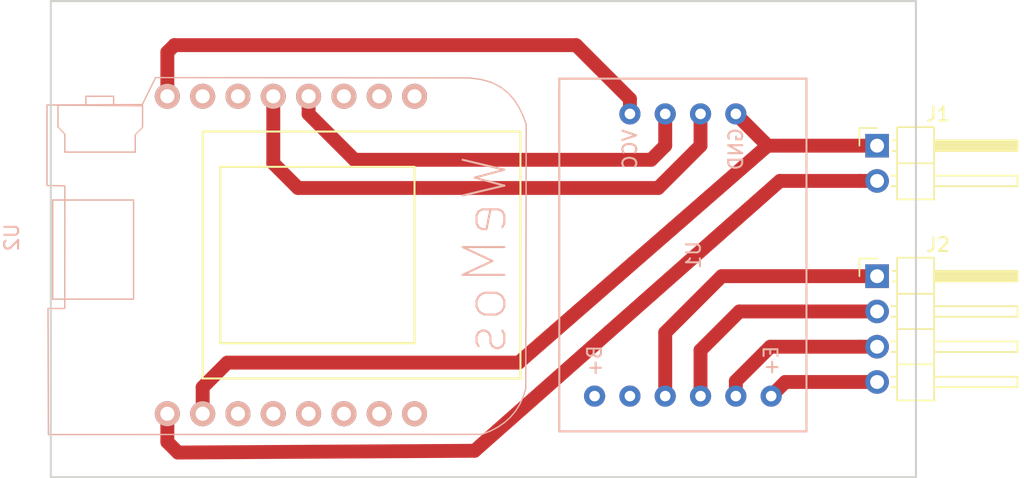
<source format=kicad_pcb>
(kicad_pcb (version 4) (host pcbnew 4.0.6)

  (general
    (links 10)
    (no_connects 0)
    (area 69.774999 72.314999 132.155001 106.755001)
    (thickness 1.6)
    (drawings 4)
    (tracks 39)
    (zones 0)
    (modules 4)
    (nets 10)
  )

  (page A4)
  (layers
    (0 F.Cu signal)
    (31 B.Cu signal)
    (32 B.Adhes user)
    (33 F.Adhes user)
    (34 B.Paste user)
    (35 F.Paste user)
    (36 B.SilkS user)
    (37 F.SilkS user)
    (38 B.Mask user)
    (39 F.Mask user)
    (40 Dwgs.User user)
    (41 Cmts.User user)
    (42 Eco1.User user)
    (43 Eco2.User user)
    (44 Edge.Cuts user)
    (45 Margin user)
    (46 B.CrtYd user)
    (47 F.CrtYd user)
    (48 B.Fab user)
    (49 F.Fab user)
  )

  (setup
    (last_trace_width 1)
    (user_trace_width 1)
    (trace_clearance 0.2)
    (zone_clearance 0.508)
    (zone_45_only no)
    (trace_min 0.2)
    (segment_width 0.2)
    (edge_width 0.15)
    (via_size 0.6)
    (via_drill 0.4)
    (via_min_size 0.4)
    (via_min_drill 0.3)
    (uvia_size 0.3)
    (uvia_drill 0.1)
    (uvias_allowed no)
    (uvia_min_size 0.2)
    (uvia_min_drill 0.1)
    (pcb_text_width 0.3)
    (pcb_text_size 1.5 1.5)
    (mod_edge_width 0.15)
    (mod_text_size 1 1)
    (mod_text_width 0.15)
    (pad_size 1.524 1.524)
    (pad_drill 0.762)
    (pad_to_mask_clearance 0.2)
    (aux_axis_origin 0 0)
    (visible_elements FFFFFF7F)
    (pcbplotparams
      (layerselection 0x01000_00000000)
      (usegerberextensions false)
      (excludeedgelayer true)
      (linewidth 0.100000)
      (plotframeref false)
      (viasonmask false)
      (mode 1)
      (useauxorigin false)
      (hpglpennumber 1)
      (hpglpenspeed 20)
      (hpglpendiameter 15)
      (hpglpenoverlay 2)
      (psnegative false)
      (psa4output false)
      (plotreference true)
      (plotvalue true)
      (plotinvisibletext false)
      (padsonsilk false)
      (subtractmaskfromsilk false)
      (outputformat 1)
      (mirror false)
      (drillshape 0)
      (scaleselection 1)
      (outputdirectory gbr/))
  )

  (net 0 "")
  (net 1 GND)
  (net 2 +5V)
  (net 3 "Net-(J2-Pad1)")
  (net 4 "Net-(J2-Pad2)")
  (net 5 "Net-(J2-Pad3)")
  (net 6 "Net-(J2-Pad4)")
  (net 7 /data)
  (net 8 /sck)
  (net 9 +3V3)

  (net_class Default "This is the default net class."
    (clearance 0.2)
    (trace_width 0.25)
    (via_dia 0.6)
    (via_drill 0.4)
    (uvia_dia 0.3)
    (uvia_drill 0.1)
    (add_net +3V3)
    (add_net +5V)
    (add_net /data)
    (add_net /sck)
    (add_net GND)
    (add_net "Net-(J2-Pad1)")
    (add_net "Net-(J2-Pad2)")
    (add_net "Net-(J2-Pad3)")
    (add_net "Net-(J2-Pad4)")
  )

  (module "wemos d1:D1_mini_board" (layer B.Cu) (tedit 5766F65E) (tstamp 59B0099A)
    (at 85.852 90.678 90)
    (path /59B000FE)
    (fp_text reference U2 (at 1.27 -18.81 90) (layer B.SilkS)
      (effects (font (size 1 1) (thickness 0.15)) (justify mirror))
    )
    (fp_text value WeMos_mini (at 1.27 19.05 90) (layer B.Fab)
      (effects (font (size 1 1) (thickness 0.15)) (justify mirror))
    )
    (fp_text user WeMos (at 0 15.24 90) (layer B.SilkS)
      (effects (font (size 3 3) (thickness 0.15)) (justify mirror))
    )
    (fp_line (start -6.35 -3.81) (end -6.35 10.16) (layer F.SilkS) (width 0.15))
    (fp_line (start -6.35 10.16) (end 6.35 10.16) (layer F.SilkS) (width 0.15))
    (fp_line (start 6.35 10.16) (end 6.35 -3.81) (layer F.SilkS) (width 0.15))
    (fp_line (start 6.35 -3.81) (end -6.35 -3.81) (layer F.SilkS) (width 0.15))
    (fp_line (start -8.89 -5.08) (end 8.89 -5.08) (layer F.SilkS) (width 0.15))
    (fp_line (start 8.89 -5.08) (end 8.89 17.78) (layer F.SilkS) (width 0.15))
    (fp_line (start 8.89 17.78) (end -8.89 17.78) (layer F.SilkS) (width 0.15))
    (fp_line (start -8.89 17.78) (end -8.89 -5.08) (layer F.SilkS) (width 0.15))
    (fp_line (start 10.817472 -16.277228) (end 5.00618 -16.277228) (layer B.SilkS) (width 0.1))
    (fp_line (start 5.00618 -16.277228) (end 4.979849 -14.993795) (layer B.SilkS) (width 0.1))
    (fp_line (start 4.979849 -14.993795) (end -3.851373 -15.000483) (layer B.SilkS) (width 0.1))
    (fp_line (start -3.851373 -15.000483) (end -3.849397 -16.202736) (layer B.SilkS) (width 0.1))
    (fp_line (start -3.849397 -16.202736) (end -12.930193 -16.176658) (layer B.SilkS) (width 0.1))
    (fp_line (start -12.930193 -16.176658) (end -12.916195 14.993493) (layer B.SilkS) (width 0.1))
    (fp_line (start -12.916195 14.993493) (end -12.683384 15.596286) (layer B.SilkS) (width 0.1))
    (fp_line (start -12.683384 15.596286) (end -12.399901 16.141167) (layer B.SilkS) (width 0.1))
    (fp_line (start -12.399901 16.141167) (end -12.065253 16.627577) (layer B.SilkS) (width 0.1))
    (fp_line (start -12.065253 16.627577) (end -11.678953 17.054952) (layer B.SilkS) (width 0.1))
    (fp_line (start -11.678953 17.054952) (end -11.240512 17.422741) (layer B.SilkS) (width 0.1))
    (fp_line (start -11.240512 17.422741) (end -10.74944 17.730377) (layer B.SilkS) (width 0.1))
    (fp_line (start -10.74944 17.730377) (end -10.20525 17.97731) (layer B.SilkS) (width 0.1))
    (fp_line (start -10.20525 17.97731) (end -9.607453 18.162976) (layer B.SilkS) (width 0.1))
    (fp_line (start -9.607453 18.162976) (end 9.43046 18.191734) (layer B.SilkS) (width 0.1))
    (fp_line (start 9.43046 18.191734) (end 10.049824 17.957741) (layer B.SilkS) (width 0.1))
    (fp_line (start 10.049824 17.957741) (end 10.638018 17.673258) (layer B.SilkS) (width 0.1))
    (fp_line (start 10.638018 17.673258) (end 11.181445 17.323743) (layer B.SilkS) (width 0.1))
    (fp_line (start 11.181445 17.323743) (end 11.666503 16.894658) (layer B.SilkS) (width 0.1))
    (fp_line (start 11.666503 16.894658) (end 12.079595 16.37146) (layer B.SilkS) (width 0.1))
    (fp_line (start 12.079595 16.37146) (end 12.407122 15.739613) (layer B.SilkS) (width 0.1))
    (fp_line (start 12.407122 15.739613) (end 12.635482 14.984575) (layer B.SilkS) (width 0.1))
    (fp_line (start 12.635482 14.984575) (end 12.751078 14.091807) (layer B.SilkS) (width 0.1))
    (fp_line (start 12.751078 14.091807) (end 12.776026 -8.463285) (layer B.SilkS) (width 0.1))
    (fp_line (start 12.776026 -8.463285) (end 10.83248 -9.424181) (layer B.SilkS) (width 0.1))
    (fp_line (start 10.83248 -9.424181) (end 10.802686 -16.232524) (layer B.SilkS) (width 0.1))
    (fp_line (start -3.17965 -10.051451) (end 3.959931 -10.051451) (layer B.SilkS) (width 0.1))
    (fp_line (start 3.959931 -10.051451) (end 3.959931 -15.865188) (layer B.SilkS) (width 0.1))
    (fp_line (start 3.959931 -15.865188) (end -3.17965 -15.865188) (layer B.SilkS) (width 0.1))
    (fp_line (start -3.17965 -15.865188) (end -3.17965 -10.051451) (layer B.SilkS) (width 0.1))
    (fp_line (start 10.7436 -9.402349) (end 9.191378 -9.402349) (layer B.SilkS) (width 0.1))
    (fp_line (start 9.191378 -9.402349) (end 8.662211 -9.931515) (layer B.SilkS) (width 0.1))
    (fp_line (start 8.662211 -9.931515) (end 7.40985 -9.931515) (layer B.SilkS) (width 0.1))
    (fp_line (start 7.40985 -9.931515) (end 7.40985 -14.993876) (layer B.SilkS) (width 0.1))
    (fp_line (start 7.40985 -14.993876) (end 8.697489 -14.993876) (layer B.SilkS) (width 0.1))
    (fp_line (start 8.697489 -14.993876) (end 9.226656 -15.487765) (layer B.SilkS) (width 0.1))
    (fp_line (start 9.226656 -15.487765) (end 10.796517 -15.487765) (layer B.SilkS) (width 0.1))
    (fp_line (start 10.796517 -15.487765) (end 10.7436 -9.402349) (layer B.SilkS) (width 0.1))
    (fp_line (start 10.778878 -11.483738) (end 11.431517 -11.483738) (layer B.SilkS) (width 0.1))
    (fp_line (start 11.431517 -11.483738) (end 11.431517 -13.476932) (layer B.SilkS) (width 0.1))
    (fp_line (start 11.431517 -13.476932) (end 10.814156 -13.476932) (layer B.SilkS) (width 0.1))
    (pad 8 thru_hole circle (at -11.43 10.16 90) (size 1.8 1.8) (drill 1.016) (layers *.Cu *.Mask B.SilkS))
    (pad 7 thru_hole circle (at -11.43 7.62 90) (size 1.8 1.8) (drill 1.016) (layers *.Cu *.Mask B.SilkS))
    (pad 6 thru_hole circle (at -11.43 5.08 90) (size 1.8 1.8) (drill 1.016) (layers *.Cu *.Mask B.SilkS))
    (pad 5 thru_hole circle (at -11.43 2.54 90) (size 1.8 1.8) (drill 1.016) (layers *.Cu *.Mask B.SilkS))
    (pad 4 thru_hole circle (at -11.43 0 90) (size 1.8 1.8) (drill 1.016) (layers *.Cu *.Mask B.SilkS))
    (pad 3 thru_hole circle (at -11.43 -2.54 90) (size 1.8 1.8) (drill 1.016) (layers *.Cu *.Mask B.SilkS))
    (pad 2 thru_hole circle (at -11.43 -5.08 90) (size 1.8 1.8) (drill 1.016) (layers *.Cu *.Mask B.SilkS)
      (net 1 GND))
    (pad 1 thru_hole circle (at -11.43 -7.62 90) (size 1.8 1.8) (drill 1.016) (layers *.Cu *.Mask B.SilkS)
      (net 2 +5V))
    (pad 16 thru_hole circle (at 11.43 -7.62 90) (size 1.8 1.8) (drill 1.016) (layers *.Cu *.Mask B.SilkS)
      (net 9 +3V3))
    (pad 15 thru_hole circle (at 11.43 -5.08 90) (size 1.8 1.8) (drill 1.016) (layers *.Cu *.Mask B.SilkS))
    (pad 14 thru_hole circle (at 11.43 -2.54 90) (size 1.8 1.8) (drill 1.016) (layers *.Cu *.Mask B.SilkS))
    (pad 13 thru_hole circle (at 11.43 0 90) (size 1.8 1.8) (drill 1.016) (layers *.Cu *.Mask B.SilkS)
      (net 7 /data))
    (pad 12 thru_hole circle (at 11.43 2.54 90) (size 1.8 1.8) (drill 1.016) (layers *.Cu *.Mask B.SilkS)
      (net 8 /sck))
    (pad 11 thru_hole circle (at 11.43 5.08 90) (size 1.8 1.8) (drill 1.016) (layers *.Cu *.Mask B.SilkS))
    (pad 10 thru_hole circle (at 11.43 7.62 90) (size 1.8 1.8) (drill 1.016) (layers *.Cu *.Mask B.SilkS))
    (pad 9 thru_hole circle (at 11.43 10.16 90) (size 1.8 1.8) (drill 1.016) (layers *.Cu *.Mask B.SilkS))
  )

  (module Pin_Headers:Pin_Header_Angled_1x02_Pitch2.54mm (layer F.Cu) (tedit 59650532) (tstamp 59B00B62)
    (at 129.286 82.804)
    (descr "Through hole angled pin header, 1x02, 2.54mm pitch, 6mm pin length, single row")
    (tags "Through hole angled pin header THT 1x02 2.54mm single row")
    (path /59B0088E)
    (fp_text reference J1 (at 4.385 -2.27) (layer F.SilkS)
      (effects (font (size 1 1) (thickness 0.15)))
    )
    (fp_text value CONN_01X02 (at 4.385 4.81) (layer F.Fab)
      (effects (font (size 1 1) (thickness 0.15)))
    )
    (fp_line (start 2.135 -1.27) (end 4.04 -1.27) (layer F.Fab) (width 0.1))
    (fp_line (start 4.04 -1.27) (end 4.04 3.81) (layer F.Fab) (width 0.1))
    (fp_line (start 4.04 3.81) (end 1.5 3.81) (layer F.Fab) (width 0.1))
    (fp_line (start 1.5 3.81) (end 1.5 -0.635) (layer F.Fab) (width 0.1))
    (fp_line (start 1.5 -0.635) (end 2.135 -1.27) (layer F.Fab) (width 0.1))
    (fp_line (start -0.32 -0.32) (end 1.5 -0.32) (layer F.Fab) (width 0.1))
    (fp_line (start -0.32 -0.32) (end -0.32 0.32) (layer F.Fab) (width 0.1))
    (fp_line (start -0.32 0.32) (end 1.5 0.32) (layer F.Fab) (width 0.1))
    (fp_line (start 4.04 -0.32) (end 10.04 -0.32) (layer F.Fab) (width 0.1))
    (fp_line (start 10.04 -0.32) (end 10.04 0.32) (layer F.Fab) (width 0.1))
    (fp_line (start 4.04 0.32) (end 10.04 0.32) (layer F.Fab) (width 0.1))
    (fp_line (start -0.32 2.22) (end 1.5 2.22) (layer F.Fab) (width 0.1))
    (fp_line (start -0.32 2.22) (end -0.32 2.86) (layer F.Fab) (width 0.1))
    (fp_line (start -0.32 2.86) (end 1.5 2.86) (layer F.Fab) (width 0.1))
    (fp_line (start 4.04 2.22) (end 10.04 2.22) (layer F.Fab) (width 0.1))
    (fp_line (start 10.04 2.22) (end 10.04 2.86) (layer F.Fab) (width 0.1))
    (fp_line (start 4.04 2.86) (end 10.04 2.86) (layer F.Fab) (width 0.1))
    (fp_line (start 1.44 -1.33) (end 1.44 3.87) (layer F.SilkS) (width 0.12))
    (fp_line (start 1.44 3.87) (end 4.1 3.87) (layer F.SilkS) (width 0.12))
    (fp_line (start 4.1 3.87) (end 4.1 -1.33) (layer F.SilkS) (width 0.12))
    (fp_line (start 4.1 -1.33) (end 1.44 -1.33) (layer F.SilkS) (width 0.12))
    (fp_line (start 4.1 -0.38) (end 10.1 -0.38) (layer F.SilkS) (width 0.12))
    (fp_line (start 10.1 -0.38) (end 10.1 0.38) (layer F.SilkS) (width 0.12))
    (fp_line (start 10.1 0.38) (end 4.1 0.38) (layer F.SilkS) (width 0.12))
    (fp_line (start 4.1 -0.32) (end 10.1 -0.32) (layer F.SilkS) (width 0.12))
    (fp_line (start 4.1 -0.2) (end 10.1 -0.2) (layer F.SilkS) (width 0.12))
    (fp_line (start 4.1 -0.08) (end 10.1 -0.08) (layer F.SilkS) (width 0.12))
    (fp_line (start 4.1 0.04) (end 10.1 0.04) (layer F.SilkS) (width 0.12))
    (fp_line (start 4.1 0.16) (end 10.1 0.16) (layer F.SilkS) (width 0.12))
    (fp_line (start 4.1 0.28) (end 10.1 0.28) (layer F.SilkS) (width 0.12))
    (fp_line (start 1.11 -0.38) (end 1.44 -0.38) (layer F.SilkS) (width 0.12))
    (fp_line (start 1.11 0.38) (end 1.44 0.38) (layer F.SilkS) (width 0.12))
    (fp_line (start 1.44 1.27) (end 4.1 1.27) (layer F.SilkS) (width 0.12))
    (fp_line (start 4.1 2.16) (end 10.1 2.16) (layer F.SilkS) (width 0.12))
    (fp_line (start 10.1 2.16) (end 10.1 2.92) (layer F.SilkS) (width 0.12))
    (fp_line (start 10.1 2.92) (end 4.1 2.92) (layer F.SilkS) (width 0.12))
    (fp_line (start 1.042929 2.16) (end 1.44 2.16) (layer F.SilkS) (width 0.12))
    (fp_line (start 1.042929 2.92) (end 1.44 2.92) (layer F.SilkS) (width 0.12))
    (fp_line (start -1.27 0) (end -1.27 -1.27) (layer F.SilkS) (width 0.12))
    (fp_line (start -1.27 -1.27) (end 0 -1.27) (layer F.SilkS) (width 0.12))
    (fp_line (start -1.8 -1.8) (end -1.8 4.35) (layer F.CrtYd) (width 0.05))
    (fp_line (start -1.8 4.35) (end 10.55 4.35) (layer F.CrtYd) (width 0.05))
    (fp_line (start 10.55 4.35) (end 10.55 -1.8) (layer F.CrtYd) (width 0.05))
    (fp_line (start 10.55 -1.8) (end -1.8 -1.8) (layer F.CrtYd) (width 0.05))
    (fp_text user %R (at 2.77 1.27 90) (layer F.Fab)
      (effects (font (size 1 1) (thickness 0.15)))
    )
    (pad 1 thru_hole rect (at 0 0) (size 1.7 1.7) (drill 1) (layers *.Cu *.Mask)
      (net 1 GND))
    (pad 2 thru_hole oval (at 0 2.54) (size 1.7 1.7) (drill 1) (layers *.Cu *.Mask)
      (net 2 +5V))
    (model ${KISYS3DMOD}/Pin_Headers.3dshapes/Pin_Header_Angled_1x02_Pitch2.54mm.wrl
      (at (xyz 0 0 0))
      (scale (xyz 1 1 1))
      (rotate (xyz 0 0 0))
    )
  )

  (module Pin_Headers:Pin_Header_Angled_1x04_Pitch2.54mm (layer F.Cu) (tedit 59650532) (tstamp 59B00B94)
    (at 129.286 92.202)
    (descr "Through hole angled pin header, 1x04, 2.54mm pitch, 6mm pin length, single row")
    (tags "Through hole angled pin header THT 1x04 2.54mm single row")
    (path /59B006AE)
    (fp_text reference J2 (at 4.385 -2.27) (layer F.SilkS)
      (effects (font (size 1 1) (thickness 0.15)))
    )
    (fp_text value CONN_01X04 (at 4.385 9.89) (layer F.Fab)
      (effects (font (size 1 1) (thickness 0.15)))
    )
    (fp_line (start 2.135 -1.27) (end 4.04 -1.27) (layer F.Fab) (width 0.1))
    (fp_line (start 4.04 -1.27) (end 4.04 8.89) (layer F.Fab) (width 0.1))
    (fp_line (start 4.04 8.89) (end 1.5 8.89) (layer F.Fab) (width 0.1))
    (fp_line (start 1.5 8.89) (end 1.5 -0.635) (layer F.Fab) (width 0.1))
    (fp_line (start 1.5 -0.635) (end 2.135 -1.27) (layer F.Fab) (width 0.1))
    (fp_line (start -0.32 -0.32) (end 1.5 -0.32) (layer F.Fab) (width 0.1))
    (fp_line (start -0.32 -0.32) (end -0.32 0.32) (layer F.Fab) (width 0.1))
    (fp_line (start -0.32 0.32) (end 1.5 0.32) (layer F.Fab) (width 0.1))
    (fp_line (start 4.04 -0.32) (end 10.04 -0.32) (layer F.Fab) (width 0.1))
    (fp_line (start 10.04 -0.32) (end 10.04 0.32) (layer F.Fab) (width 0.1))
    (fp_line (start 4.04 0.32) (end 10.04 0.32) (layer F.Fab) (width 0.1))
    (fp_line (start -0.32 2.22) (end 1.5 2.22) (layer F.Fab) (width 0.1))
    (fp_line (start -0.32 2.22) (end -0.32 2.86) (layer F.Fab) (width 0.1))
    (fp_line (start -0.32 2.86) (end 1.5 2.86) (layer F.Fab) (width 0.1))
    (fp_line (start 4.04 2.22) (end 10.04 2.22) (layer F.Fab) (width 0.1))
    (fp_line (start 10.04 2.22) (end 10.04 2.86) (layer F.Fab) (width 0.1))
    (fp_line (start 4.04 2.86) (end 10.04 2.86) (layer F.Fab) (width 0.1))
    (fp_line (start -0.32 4.76) (end 1.5 4.76) (layer F.Fab) (width 0.1))
    (fp_line (start -0.32 4.76) (end -0.32 5.4) (layer F.Fab) (width 0.1))
    (fp_line (start -0.32 5.4) (end 1.5 5.4) (layer F.Fab) (width 0.1))
    (fp_line (start 4.04 4.76) (end 10.04 4.76) (layer F.Fab) (width 0.1))
    (fp_line (start 10.04 4.76) (end 10.04 5.4) (layer F.Fab) (width 0.1))
    (fp_line (start 4.04 5.4) (end 10.04 5.4) (layer F.Fab) (width 0.1))
    (fp_line (start -0.32 7.3) (end 1.5 7.3) (layer F.Fab) (width 0.1))
    (fp_line (start -0.32 7.3) (end -0.32 7.94) (layer F.Fab) (width 0.1))
    (fp_line (start -0.32 7.94) (end 1.5 7.94) (layer F.Fab) (width 0.1))
    (fp_line (start 4.04 7.3) (end 10.04 7.3) (layer F.Fab) (width 0.1))
    (fp_line (start 10.04 7.3) (end 10.04 7.94) (layer F.Fab) (width 0.1))
    (fp_line (start 4.04 7.94) (end 10.04 7.94) (layer F.Fab) (width 0.1))
    (fp_line (start 1.44 -1.33) (end 1.44 8.95) (layer F.SilkS) (width 0.12))
    (fp_line (start 1.44 8.95) (end 4.1 8.95) (layer F.SilkS) (width 0.12))
    (fp_line (start 4.1 8.95) (end 4.1 -1.33) (layer F.SilkS) (width 0.12))
    (fp_line (start 4.1 -1.33) (end 1.44 -1.33) (layer F.SilkS) (width 0.12))
    (fp_line (start 4.1 -0.38) (end 10.1 -0.38) (layer F.SilkS) (width 0.12))
    (fp_line (start 10.1 -0.38) (end 10.1 0.38) (layer F.SilkS) (width 0.12))
    (fp_line (start 10.1 0.38) (end 4.1 0.38) (layer F.SilkS) (width 0.12))
    (fp_line (start 4.1 -0.32) (end 10.1 -0.32) (layer F.SilkS) (width 0.12))
    (fp_line (start 4.1 -0.2) (end 10.1 -0.2) (layer F.SilkS) (width 0.12))
    (fp_line (start 4.1 -0.08) (end 10.1 -0.08) (layer F.SilkS) (width 0.12))
    (fp_line (start 4.1 0.04) (end 10.1 0.04) (layer F.SilkS) (width 0.12))
    (fp_line (start 4.1 0.16) (end 10.1 0.16) (layer F.SilkS) (width 0.12))
    (fp_line (start 4.1 0.28) (end 10.1 0.28) (layer F.SilkS) (width 0.12))
    (fp_line (start 1.11 -0.38) (end 1.44 -0.38) (layer F.SilkS) (width 0.12))
    (fp_line (start 1.11 0.38) (end 1.44 0.38) (layer F.SilkS) (width 0.12))
    (fp_line (start 1.44 1.27) (end 4.1 1.27) (layer F.SilkS) (width 0.12))
    (fp_line (start 4.1 2.16) (end 10.1 2.16) (layer F.SilkS) (width 0.12))
    (fp_line (start 10.1 2.16) (end 10.1 2.92) (layer F.SilkS) (width 0.12))
    (fp_line (start 10.1 2.92) (end 4.1 2.92) (layer F.SilkS) (width 0.12))
    (fp_line (start 1.042929 2.16) (end 1.44 2.16) (layer F.SilkS) (width 0.12))
    (fp_line (start 1.042929 2.92) (end 1.44 2.92) (layer F.SilkS) (width 0.12))
    (fp_line (start 1.44 3.81) (end 4.1 3.81) (layer F.SilkS) (width 0.12))
    (fp_line (start 4.1 4.7) (end 10.1 4.7) (layer F.SilkS) (width 0.12))
    (fp_line (start 10.1 4.7) (end 10.1 5.46) (layer F.SilkS) (width 0.12))
    (fp_line (start 10.1 5.46) (end 4.1 5.46) (layer F.SilkS) (width 0.12))
    (fp_line (start 1.042929 4.7) (end 1.44 4.7) (layer F.SilkS) (width 0.12))
    (fp_line (start 1.042929 5.46) (end 1.44 5.46) (layer F.SilkS) (width 0.12))
    (fp_line (start 1.44 6.35) (end 4.1 6.35) (layer F.SilkS) (width 0.12))
    (fp_line (start 4.1 7.24) (end 10.1 7.24) (layer F.SilkS) (width 0.12))
    (fp_line (start 10.1 7.24) (end 10.1 8) (layer F.SilkS) (width 0.12))
    (fp_line (start 10.1 8) (end 4.1 8) (layer F.SilkS) (width 0.12))
    (fp_line (start 1.042929 7.24) (end 1.44 7.24) (layer F.SilkS) (width 0.12))
    (fp_line (start 1.042929 8) (end 1.44 8) (layer F.SilkS) (width 0.12))
    (fp_line (start -1.27 0) (end -1.27 -1.27) (layer F.SilkS) (width 0.12))
    (fp_line (start -1.27 -1.27) (end 0 -1.27) (layer F.SilkS) (width 0.12))
    (fp_line (start -1.8 -1.8) (end -1.8 9.4) (layer F.CrtYd) (width 0.05))
    (fp_line (start -1.8 9.4) (end 10.55 9.4) (layer F.CrtYd) (width 0.05))
    (fp_line (start 10.55 9.4) (end 10.55 -1.8) (layer F.CrtYd) (width 0.05))
    (fp_line (start 10.55 -1.8) (end -1.8 -1.8) (layer F.CrtYd) (width 0.05))
    (fp_text user %R (at 2.77 3.81 90) (layer F.Fab)
      (effects (font (size 1 1) (thickness 0.15)))
    )
    (pad 1 thru_hole rect (at 0 0) (size 1.7 1.7) (drill 1) (layers *.Cu *.Mask)
      (net 3 "Net-(J2-Pad1)"))
    (pad 2 thru_hole oval (at 0 2.54) (size 1.7 1.7) (drill 1) (layers *.Cu *.Mask)
      (net 4 "Net-(J2-Pad2)"))
    (pad 3 thru_hole oval (at 0 5.08) (size 1.7 1.7) (drill 1) (layers *.Cu *.Mask)
      (net 5 "Net-(J2-Pad3)"))
    (pad 4 thru_hole oval (at 0 7.62) (size 1.7 1.7) (drill 1) (layers *.Cu *.Mask)
      (net 6 "Net-(J2-Pad4)"))
    (model ${KISYS3DMOD}/Pin_Headers.3dshapes/Pin_Header_Angled_1x04_Pitch2.54mm.wrl
      (at (xyz 0 0 0))
      (scale (xyz 1 1 1))
      (rotate (xyz 0 0 90))
    )
  )

  (module hx71:hx711 (layer B.Cu) (tedit 59C0320D) (tstamp 59B00954)
    (at 116.586 90.678 90)
    (path /59B004C9)
    (fp_text reference U1 (at 0 -0.5 90) (layer B.SilkS)
      (effects (font (size 1 1) (thickness 0.15)) (justify mirror))
    )
    (fp_text value hx711 (at 0 2.54 90) (layer B.Fab)
      (effects (font (size 1 1) (thickness 0.15)) (justify mirror))
    )
    (fp_text user GND (at 7.62 2.54 90) (layer B.SilkS)
      (effects (font (size 1 1) (thickness 0.15)) (justify mirror))
    )
    (fp_text user VCC (at 7.62 -5.08 90) (layer B.SilkS)
      (effects (font (size 1 1) (thickness 0.15)) (justify mirror))
    )
    (fp_text user B+ (at -7.62 -7.62 90) (layer B.SilkS)
      (effects (font (size 1 1) (thickness 0.15)) (justify mirror))
    )
    (fp_text user E+ (at -7.62 5.08 90) (layer B.SilkS)
      (effects (font (size 1 1) (thickness 0.15)) (justify mirror))
    )
    (fp_line (start 12.7 7.62) (end -12.7 7.62) (layer B.SilkS) (width 0.15))
    (fp_line (start 12.7 -10.16) (end 12.7 7.62) (layer B.SilkS) (width 0.15))
    (fp_line (start -12.7 -10.16) (end 12.7 -10.16) (layer B.SilkS) (width 0.15))
    (fp_line (start -12.7 7.62) (end -12.7 -10.16) (layer B.SilkS) (width 0.15))
    (pad 1 thru_hole circle (at -10.16 5.08 90) (size 1.524 1.524) (drill 0.762) (layers *.Cu *.Mask)
      (net 6 "Net-(J2-Pad4)"))
    (pad 2 thru_hole circle (at -10.16 2.54 90) (size 1.524 1.524) (drill 0.762) (layers *.Cu *.Mask)
      (net 5 "Net-(J2-Pad3)"))
    (pad 3 thru_hole circle (at -10.16 0 90) (size 1.524 1.524) (drill 0.762) (layers *.Cu *.Mask)
      (net 4 "Net-(J2-Pad2)"))
    (pad 4 thru_hole circle (at -10.16 -2.54 90) (size 1.524 1.524) (drill 0.762) (layers *.Cu *.Mask)
      (net 3 "Net-(J2-Pad1)"))
    (pad 5 thru_hole circle (at -10.16 -5.08 90) (size 1.524 1.524) (drill 0.762) (layers *.Cu *.Mask))
    (pad 6 thru_hole circle (at -10.16 -7.62 90) (size 1.524 1.524) (drill 0.762) (layers *.Cu *.Mask))
    (pad 10 thru_hole circle (at 10.16 -5.08 90) (size 1.524 1.524) (drill 0.762) (layers *.Cu *.Mask)
      (net 9 +3V3))
    (pad 9 thru_hole circle (at 10.16 -2.54 90) (size 1.524 1.524) (drill 0.762) (layers *.Cu *.Mask)
      (net 8 /sck))
    (pad 8 thru_hole circle (at 10.16 0 90) (size 1.524 1.524) (drill 0.762) (layers *.Cu *.Mask)
      (net 7 /data))
    (pad 7 thru_hole circle (at 10.16 2.54 90) (size 1.524 1.524) (drill 0.762) (layers *.Cu *.Mask)
      (net 1 GND))
  )

  (gr_line (start 69.85 106.68) (end 69.85 72.39) (angle 90) (layer Edge.Cuts) (width 0.15))
  (gr_line (start 132.08 106.68) (end 69.85 106.68) (angle 90) (layer Edge.Cuts) (width 0.15))
  (gr_line (start 132.08 72.39) (end 132.08 106.68) (angle 90) (layer Edge.Cuts) (width 0.15))
  (gr_line (start 69.85 72.39) (end 132.08 72.39) (angle 90) (layer Edge.Cuts) (width 0.15))

  (segment (start 121.412 82.804) (end 103.505 98.425) (width 1) (layer F.Cu) (net 1))
  (segment (start 103.505 98.425) (end 82.55 98.425) (width 1) (layer F.Cu) (net 1))
  (segment (start 82.55 98.425) (end 80.772 100.203) (width 1) (layer F.Cu) (net 1))
  (segment (start 80.772 100.203) (end 80.772 102.108) (width 1) (layer F.Cu) (net 1))
  (segment (start 119.126 80.518) (end 121.412 82.804) (width 1) (layer F.Cu) (net 1))
  (segment (start 121.412 82.804) (end 129.286 82.804) (width 1) (layer F.Cu) (net 1))
  (segment (start 128.083919 85.344) (end 129.286 85.344) (width 1) (layer F.Cu) (net 2))
  (segment (start 78.232 102.108) (end 78.232 104.14) (width 1) (layer F.Cu) (net 2))
  (segment (start 78.232 104.14) (end 78.994 104.902) (width 1) (layer F.Cu) (net 2))
  (segment (start 78.994 104.902) (end 100.33 104.775) (width 1) (layer F.Cu) (net 2))
  (segment (start 100.33 104.775) (end 122.296238 85.344) (width 1) (layer F.Cu) (net 2))
  (segment (start 122.296238 85.344) (end 128.083919 85.344) (width 1) (layer F.Cu) (net 2))
  (segment (start 129.286 92.202) (end 118.11 92.202) (width 1) (layer F.Cu) (net 3))
  (segment (start 118.11 92.202) (end 114.046 96.266) (width 1) (layer F.Cu) (net 3))
  (segment (start 114.046 96.266) (end 114.046 100.838) (width 1) (layer F.Cu) (net 3))
  (segment (start 116.586 97.536) (end 119.38 94.742) (width 1) (layer F.Cu) (net 4))
  (segment (start 119.38 94.742) (end 129.286 94.742) (width 1) (layer F.Cu) (net 4))
  (segment (start 116.586 100.838) (end 116.586 97.536) (width 1) (layer F.Cu) (net 4))
  (segment (start 119.126 100.838) (end 119.126 99.76037) (width 1) (layer F.Cu) (net 5))
  (segment (start 119.126 99.76037) (end 121.60437 97.282) (width 1) (layer F.Cu) (net 5))
  (segment (start 121.60437 97.282) (end 128.083919 97.282) (width 1) (layer F.Cu) (net 5))
  (segment (start 128.083919 97.282) (end 129.286 97.282) (width 1) (layer F.Cu) (net 5))
  (segment (start 122.682 99.822) (end 129.286 99.822) (width 1) (layer F.Cu) (net 6))
  (segment (start 121.666 100.838) (end 122.682 99.822) (width 1) (layer F.Cu) (net 6))
  (segment (start 85.852 79.248) (end 85.852 84.074) (width 1) (layer F.Cu) (net 7))
  (segment (start 85.852 84.074) (end 87.63 85.852) (width 1) (layer F.Cu) (net 7))
  (segment (start 87.63 85.852) (end 113.538 85.852) (width 1) (layer F.Cu) (net 7))
  (segment (start 113.538 85.852) (end 116.586 82.804) (width 1) (layer F.Cu) (net 7))
  (segment (start 116.586 82.804) (end 116.586 80.518) (width 1) (layer F.Cu) (net 7))
  (segment (start 113.03 83.82) (end 114.046 82.804) (width 1) (layer F.Cu) (net 8))
  (segment (start 114.046 82.804) (end 114.046 80.518) (width 1) (layer F.Cu) (net 8))
  (segment (start 91.691208 83.82) (end 113.03 83.82) (width 1) (layer F.Cu) (net 8))
  (segment (start 88.392 79.248) (end 88.392 80.520792) (width 1) (layer F.Cu) (net 8))
  (segment (start 88.392 80.520792) (end 91.691208 83.82) (width 1) (layer F.Cu) (net 8))
  (segment (start 78.232 76.073) (end 78.232 79.248) (width 1) (layer F.Cu) (net 9))
  (segment (start 111.506 80.518) (end 111.506 79.44037) (width 1) (layer F.Cu) (net 9))
  (segment (start 111.506 79.44037) (end 107.63063 75.565) (width 1) (layer F.Cu) (net 9))
  (segment (start 107.63063 75.565) (end 78.74 75.565) (width 1) (layer F.Cu) (net 9))
  (segment (start 78.74 75.565) (end 78.232 76.073) (width 1) (layer F.Cu) (net 9))

)

</source>
